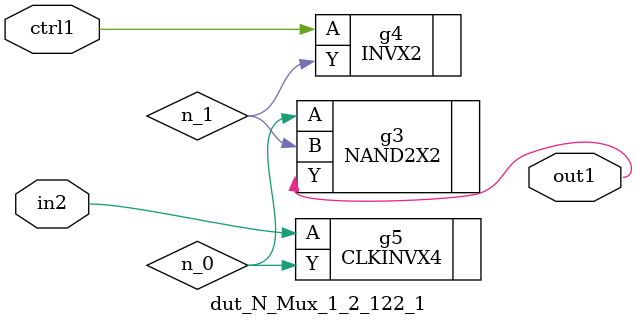
<source format=v>
`timescale 1ps / 1ps


module dut_N_Mux_1_2_122_1(in2, ctrl1, out1);
  input in2, ctrl1;
  output out1;
  wire in2, ctrl1;
  wire out1;
  wire n_0, n_1;
  NAND2X2 g3(.A (n_0), .B (n_1), .Y (out1));
  INVX2 g4(.A (ctrl1), .Y (n_1));
  CLKINVX4 g5(.A (in2), .Y (n_0));
endmodule



</source>
